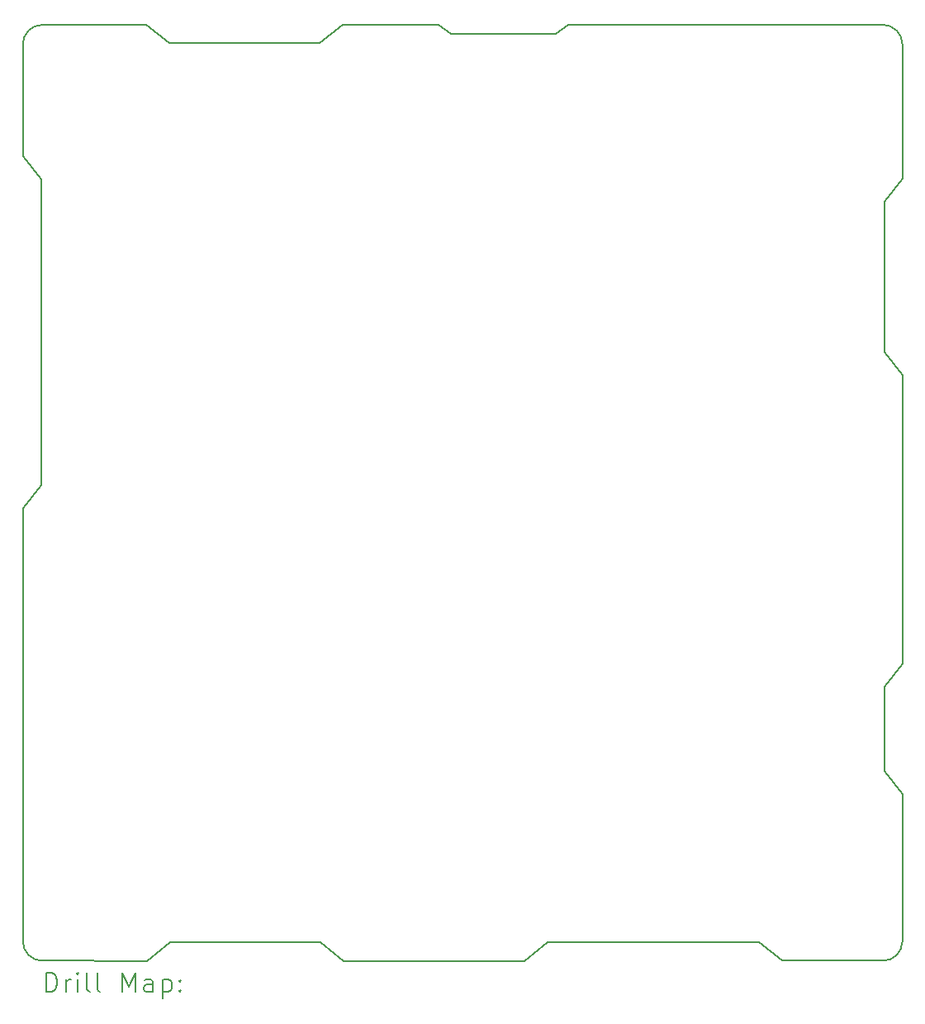
<source format=gbr>
%TF.GenerationSoftware,KiCad,Pcbnew,7.0.2-0*%
%TF.CreationDate,2024-03-08T20:06:55-08:00*%
%TF.ProjectId,mainboard,6d61696e-626f-4617-9264-2e6b69636164,rev?*%
%TF.SameCoordinates,Original*%
%TF.FileFunction,Drillmap*%
%TF.FilePolarity,Positive*%
%FSLAX45Y45*%
G04 Gerber Fmt 4.5, Leading zero omitted, Abs format (unit mm)*
G04 Created by KiCad (PCBNEW 7.0.2-0) date 2024-03-08 20:06:55*
%MOMM*%
%LPD*%
G01*
G04 APERTURE LIST*
%ADD10C,0.150000*%
%ADD11C,0.200000*%
G04 APERTURE END LIST*
D10*
X10033610Y-5248910D02*
G75*
G03*
X9833610Y-5448910I0J-200000D01*
G01*
X9833610Y-14637410D02*
G75*
G03*
X10033610Y-14837410I200000J0D01*
G01*
X18650610Y-14837410D02*
G75*
G03*
X18850610Y-14637410I0J200000D01*
G01*
X15427610Y-5249910D02*
X15300610Y-5338810D01*
X14221110Y-5338810D02*
X14093110Y-5248910D01*
X11100160Y-5249020D02*
X10033610Y-5248910D01*
X18850610Y-5448910D02*
G75*
G03*
X18650610Y-5248910I-200000J0D01*
G01*
X18650610Y-5248910D02*
X15427610Y-5249910D01*
X9834020Y-10200840D02*
X9833610Y-14637410D01*
X15300610Y-5338810D02*
X14221110Y-5338810D01*
X12887960Y-14650720D02*
X11343640Y-14650720D01*
X12887960Y-14650720D02*
X13121640Y-14838680D01*
X11343640Y-14650720D02*
X11109960Y-14838680D01*
X18850610Y-5448910D02*
X18851880Y-6827520D01*
X18851880Y-8839200D02*
X18851880Y-11795760D01*
X18851880Y-13131800D02*
X18850610Y-14637410D01*
X18650610Y-14837410D02*
X17620000Y-14837410D01*
X11109960Y-14838680D02*
X10033610Y-14837410D01*
X13121640Y-14838680D02*
X14977500Y-14838680D01*
X10021980Y-9967160D02*
X10023000Y-6832000D01*
X11333840Y-5436980D02*
X12878160Y-5436980D01*
X17384390Y-14650720D02*
X15211180Y-14650720D01*
X9833610Y-5448910D02*
X9833020Y-6598320D01*
X14093110Y-5248910D02*
X13111840Y-5247000D01*
X18663920Y-12029440D02*
X18851880Y-11795760D01*
X10023000Y-6832000D02*
X9833020Y-6598320D01*
X12878160Y-5436980D02*
X13111840Y-5247000D01*
X18663920Y-12898120D02*
X18851880Y-13131800D01*
X18663920Y-7061200D02*
X18851880Y-6827520D01*
X10021980Y-9967160D02*
X9834020Y-10200840D01*
X11333840Y-5436980D02*
X11100160Y-5249020D01*
X18663920Y-7061200D02*
X18663920Y-8605520D01*
X17384390Y-14650720D02*
X17620000Y-14837410D01*
X15211180Y-14650720D02*
X14977500Y-14838680D01*
X18663920Y-12029440D02*
X18663920Y-12898120D01*
X18663920Y-8605520D02*
X18851880Y-8839200D01*
D11*
X10073139Y-15158704D02*
X10073139Y-14958704D01*
X10073139Y-14958704D02*
X10120758Y-14958704D01*
X10120758Y-14958704D02*
X10149330Y-14968228D01*
X10149330Y-14968228D02*
X10168377Y-14987275D01*
X10168377Y-14987275D02*
X10177901Y-15006323D01*
X10177901Y-15006323D02*
X10187425Y-15044418D01*
X10187425Y-15044418D02*
X10187425Y-15072989D01*
X10187425Y-15072989D02*
X10177901Y-15111085D01*
X10177901Y-15111085D02*
X10168377Y-15130132D01*
X10168377Y-15130132D02*
X10149330Y-15149180D01*
X10149330Y-15149180D02*
X10120758Y-15158704D01*
X10120758Y-15158704D02*
X10073139Y-15158704D01*
X10273139Y-15158704D02*
X10273139Y-15025370D01*
X10273139Y-15063466D02*
X10282663Y-15044418D01*
X10282663Y-15044418D02*
X10292187Y-15034894D01*
X10292187Y-15034894D02*
X10311234Y-15025370D01*
X10311234Y-15025370D02*
X10330282Y-15025370D01*
X10396949Y-15158704D02*
X10396949Y-15025370D01*
X10396949Y-14958704D02*
X10387425Y-14968228D01*
X10387425Y-14968228D02*
X10396949Y-14977751D01*
X10396949Y-14977751D02*
X10406472Y-14968228D01*
X10406472Y-14968228D02*
X10396949Y-14958704D01*
X10396949Y-14958704D02*
X10396949Y-14977751D01*
X10520758Y-15158704D02*
X10501710Y-15149180D01*
X10501710Y-15149180D02*
X10492187Y-15130132D01*
X10492187Y-15130132D02*
X10492187Y-14958704D01*
X10625520Y-15158704D02*
X10606472Y-15149180D01*
X10606472Y-15149180D02*
X10596949Y-15130132D01*
X10596949Y-15130132D02*
X10596949Y-14958704D01*
X10854091Y-15158704D02*
X10854091Y-14958704D01*
X10854091Y-14958704D02*
X10920758Y-15101561D01*
X10920758Y-15101561D02*
X10987425Y-14958704D01*
X10987425Y-14958704D02*
X10987425Y-15158704D01*
X11168377Y-15158704D02*
X11168377Y-15053942D01*
X11168377Y-15053942D02*
X11158853Y-15034894D01*
X11158853Y-15034894D02*
X11139806Y-15025370D01*
X11139806Y-15025370D02*
X11101710Y-15025370D01*
X11101710Y-15025370D02*
X11082663Y-15034894D01*
X11168377Y-15149180D02*
X11149330Y-15158704D01*
X11149330Y-15158704D02*
X11101710Y-15158704D01*
X11101710Y-15158704D02*
X11082663Y-15149180D01*
X11082663Y-15149180D02*
X11073139Y-15130132D01*
X11073139Y-15130132D02*
X11073139Y-15111085D01*
X11073139Y-15111085D02*
X11082663Y-15092037D01*
X11082663Y-15092037D02*
X11101710Y-15082513D01*
X11101710Y-15082513D02*
X11149330Y-15082513D01*
X11149330Y-15082513D02*
X11168377Y-15072989D01*
X11263615Y-15025370D02*
X11263615Y-15225370D01*
X11263615Y-15034894D02*
X11282663Y-15025370D01*
X11282663Y-15025370D02*
X11320758Y-15025370D01*
X11320758Y-15025370D02*
X11339806Y-15034894D01*
X11339806Y-15034894D02*
X11349329Y-15044418D01*
X11349329Y-15044418D02*
X11358853Y-15063466D01*
X11358853Y-15063466D02*
X11358853Y-15120608D01*
X11358853Y-15120608D02*
X11349329Y-15139656D01*
X11349329Y-15139656D02*
X11339806Y-15149180D01*
X11339806Y-15149180D02*
X11320758Y-15158704D01*
X11320758Y-15158704D02*
X11282663Y-15158704D01*
X11282663Y-15158704D02*
X11263615Y-15149180D01*
X11444568Y-15139656D02*
X11454091Y-15149180D01*
X11454091Y-15149180D02*
X11444568Y-15158704D01*
X11444568Y-15158704D02*
X11435044Y-15149180D01*
X11435044Y-15149180D02*
X11444568Y-15139656D01*
X11444568Y-15139656D02*
X11444568Y-15158704D01*
X11444568Y-15034894D02*
X11454091Y-15044418D01*
X11454091Y-15044418D02*
X11444568Y-15053942D01*
X11444568Y-15053942D02*
X11435044Y-15044418D01*
X11435044Y-15044418D02*
X11444568Y-15034894D01*
X11444568Y-15034894D02*
X11444568Y-15053942D01*
M02*

</source>
